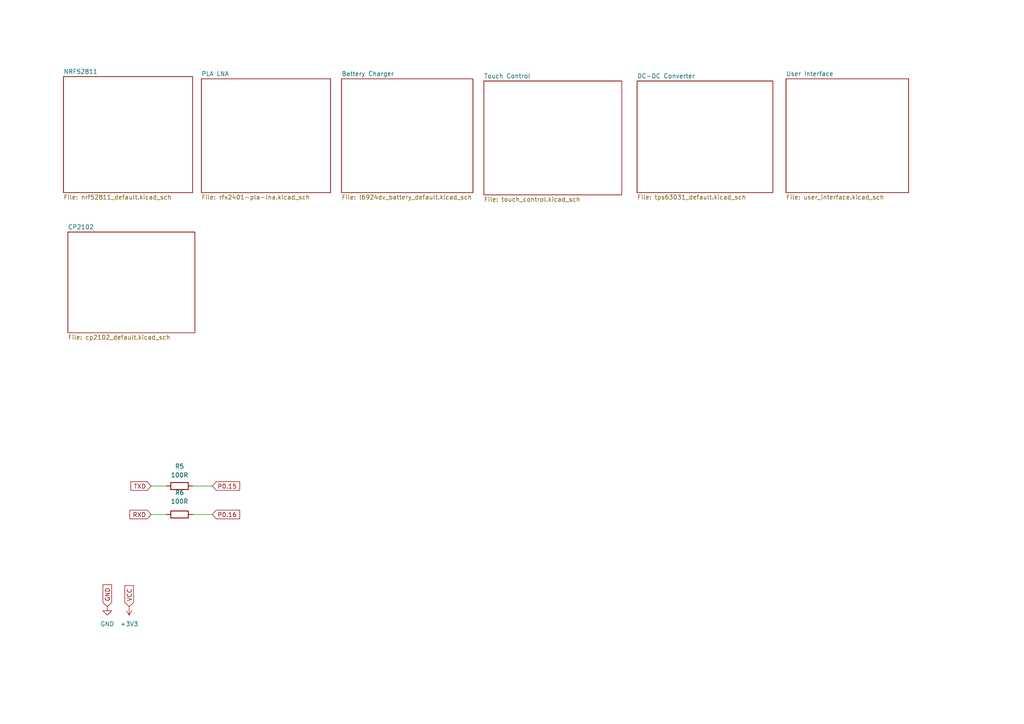
<source format=kicad_sch>
(kicad_sch (version 20211123) (generator eeschema)
  (paper "A4")
  (lib_symbols
    (symbol "Device:R" (pin_numbers hide) (pin_names (offset 0))
      (property "Reference" "R" (at 2.032 0 90))
      (property "Value" "R" (at 0 0 90))
      (symbol "R_0_1"
        (rectangle (start -1.016 -2.54) (end 1.016 2.54) (stroke (width 0.254)))
      )
      (symbol "R_1_1"
        (pin passive line (at 0 3.81 270) (length 1.27) (name "~") (number "1"))
        (pin passive line (at 0 -3.81 90) (length 1.27) (name "~") (number "2"))
      )
    )
    (symbol "power:+3.3V" (power) (pin_names (offset 0))
      (property "Value" "+3.3V" (at 0 3.556 0))
      (symbol "+3.3V_0_1"
        (polyline (pts (xy -0.762 1.27) (xy 0 2.54)))
        (polyline (pts (xy 0 0) (xy 0 2.54)))
        (polyline (pts (xy 0 2.54) (xy 0.762 1.27)))
      )
      (symbol "+3.3V_1_1"
        (pin power_in line (at 0 0 90) (length 0) hide (name "+3V3") (number "1"))
      )
    )
    (symbol "power:GND" (power) (pin_names (offset 0))
      (property "Value" "GND" (at 0 -3.81 0))
      (symbol "GND_0_1"
        (polyline (pts (xy 0 0) (xy 0 -1.27) (xy 1.27 -1.27) (xy 0 -2.54) (xy -1.27 -1.27) (xy 0 -1.27)))
      )
      (symbol "GND_1_1"
        (pin power_in line (at 0 0 270) (length 0) hide (name "GND") (number "1"))
      )
    )
  )
  (wire (pts (xy 43.815 140.97) (xy 48.26 140.97)))
  (wire (pts (xy 43.815 149.225) (xy 48.26 149.225)))
  (wire (pts (xy 61.595 149.225) (xy 55.88 149.225)))
  (wire (pts (xy 61.595 140.97) (xy 55.88 140.97)))
  (global_label "RXD" (shape input) (at 43.815 149.225 180) (property "Intersheet References" "${INTERSHEET_REFS}" (effects hide)))
  (global_label "VCC" (shape input) (at 37.465 175.895 90) (property "Intersheet References" "${INTERSHEET_REFS}" (effects hide)))
  (global_label "P0.15" (shape input) (at 61.595 140.97 0) (property "Intersheet References" "${INTERSHEET_REFS}" (effects hide)))
  (global_label "GND" (shape input) (at 31.115 175.895 90) (property "Intersheet References" "${INTERSHEET_REFS}" (effects hide)))
  (global_label "TXD" (shape input) (at 43.815 140.97 180) (property "Intersheet References" "${INTERSHEET_REFS}" (effects hide)))
  (global_label "P0.16" (shape input) (at 61.595 149.225 0) (property "Intersheet References" "${INTERSHEET_REFS}" (effects hide)))
  (symbol (lib_id "Device:R") (at 52.07 149.225 90) (unit 1)
    (property "Reference" "R6" (at 52.07 142.875 90))
    (property "Value" "100R" (at 52.07 145.415 90))
    (property "Footprint" "Resistor_SMD:R_0603_1608Metric" (effects hide))
  )
  (symbol (lib_id "Device:R") (at 52.07 140.97 90) (unit 1)
    (property "Reference" "R5" (at 52.07 135.255 90))
    (property "Value" "100R" (at 52.07 137.795 90))
    (property "Footprint" "Resistor_SMD:R_0603_1608Metric" (effects hide))
  )
  (symbol (lib_id "power:GND") (at 31.115 175.895 0) (unit 1)
    (property "Reference" "#PWR0102" (effects hide))
    (property "Value" "GND" (at 31.115 180.975 0))
  )
  (symbol (lib_id "power:+3.3V") (at 37.465 175.895 180) (unit 1)
    (property "Reference" "#PWR0101" (effects hide))
    (property "Value" "+3.3V" (at 37.465 180.975 0))
  )
  (sheet (at 58.42 22.86) (size 37.465 33.02) (stroke (width 0.1524))
    (property "Sheet name" "PLA LNA" (at 58.42 22.1484 0) (effects (justify left bottom)))
    (property "Sheet file" "rfx2401-pla-lna.kicad_sch" (at 58.42 56.4646 0) (effects (justify left top)))
  )
  (sheet (at 19.685 67.31) (size 36.83 29.21) (stroke (width 0.1524))
    (property "Sheet name" "CP2102" (at 19.685 66.5984 0) (effects (justify left bottom)))
    (property "Sheet file" "cp2102_default.kicad_sch" (at 19.685 97.1046 0) (effects (justify left top)))
  )
  (sheet (at 227.965 22.86) (size 35.56 33.02) (stroke (width 0.1524))
    (property "Sheet name" "User Interface" (at 227.965 22.1484 0) (effects (justify left bottom)))
    (property "Sheet file" "user_interface.kicad_sch" (at 227.965 56.4646 0) (effects (justify left top)))
  )
  (sheet (at 184.785 23.495) (size 39.37 32.385) (stroke (width 0.1524))
    (property "Sheet name" "DC-DC Converter" (at 184.785 22.7834 0) (effects (justify left bottom)))
    (property "Sheet file" "tps63031_default.kicad_sch" (at 184.785 56.4646 0) (effects (justify left top)))
  )
  (sheet (at 140.335 23.495) (size 40.005 33.02) (stroke (width 0.1524))
    (property "Sheet name" "Touch Control" (at 140.335 22.7834 0) (effects (justify left bottom)))
    (property "Sheet file" "touch_control.kicad_sch" (at 140.335 57.0996 0) (effects (justify left top)))
  )
  (sheet (at 99.06 22.86) (size 38.1 33.02) (stroke (width 0.1524))
    (property "Sheet name" "Battery Charger" (at 99.06 22.1484 0) (effects (justify left bottom)))
    (property "Sheet file" "l6924dv_battery_default.kicad_sch" (at 99.06 56.4646 0) (effects (justify left top)))
  )
  (sheet (at 18.415 22.225) (size 37.465 33.655) (stroke (width 0.1524))
    (property "Sheet name" "NRF52811" (at 18.415 21.5134 0) (effects (justify left bottom)))
    (property "Sheet file" "nrf52811_default.kicad_sch" (at 18.415 56.4646 0) (effects (justify left top)))
  )
)
</source>
